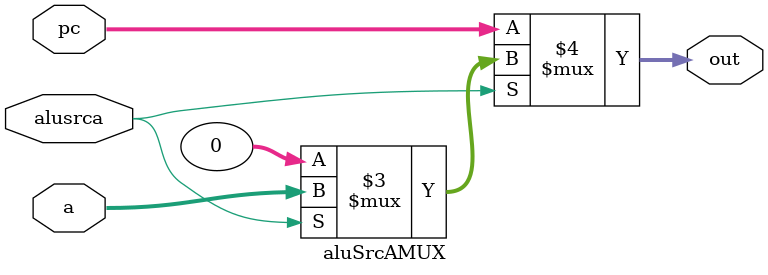
<source format=v>
module aluSrcAMUX(
    input wire alusrca,
    input wire [31:0] pc,
    input wire [31:0] a,
    output wire [31:0] out
);

    assign out =  (alusrca == 0)? pc :
                (alusrca == 1)? a :
                32'b00000000000000000000000000000000;

endmodule
</source>
